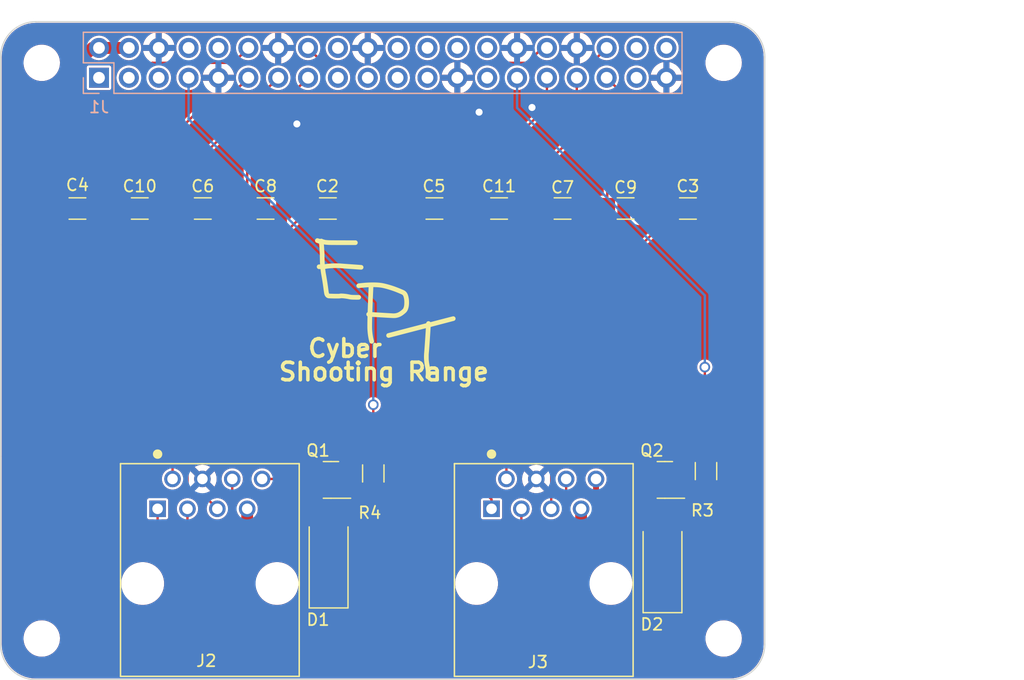
<source format=kicad_pcb>
(kicad_pcb (version 20221018) (generator pcbnew)
  (title_block (date "15 nov 2012"))
  (layers (0 "F.Cu" signal) (31 "B.Cu" signal) (34 "B.Paste" user) (35 "F.Paste" user) (36 "B.SilkS" user "B.Silkscreen") (37 "F.SilkS" user "F.Silkscreen") (38 "B.Mask" user) (39 "F.Mask" user) (44 "Edge.Cuts" user))
  (net 0 "")
  (net 1 "GND")
  (net 2 "/GPIO[2]{slash}SDA1")
  (net 3 "/GPIO[3]{slash}SCL1")
  (net 4 "/GPIO[4]{slash}GPCLK0")
  (net 5 "/GPIO[14]{slash}TXD0")
  (net 6 "/GPIO[15]{slash}RXD0")
  (net 7 "/GPIO[17]")
  (net 8 "/GPIO[18]{slash}PCM.CLK")
  (net 9 "/GPIO[27]")
  (net 10 "/GPIO[22]")
  (net 11 "/GPIO[23]")
  (net 12 "/GPIO[24]")
  (net 13 "/GPIO[10]{slash}SPI0.MOSI")
  (net 14 "/GPIO[9]{slash}SPI0.MISO")
  (net 15 "/GPIO[25]")
  (net 16 "/GPIO[11]{slash}SPI0.SCLK")
  (net 17 "/GPIO[8]{slash}SPI0.CE0")
  (net 18 "/GPIO[7]{slash}SPI0.CE1")
  (net 19 "/ID_SDA")
  (net 20 "/ID_SCL")
  (net 21 "/GPIO[5]")
  (net 22 "/GPIO[6]")
  (net 23 "/GPIO[12]{slash}PWM0")
  (net 24 "/GPIO[13]{slash}PWM1")
  (net 25 "/GPIO[19]{slash}PCM.FS")
  (net 26 "/GPIO[16]")
  (net 27 "/GPIO[26]")
  (net 28 "/GPIO[20]{slash}PCM.DIN")
  (net 29 "/GPIO[21]{slash}PCM.DOUT")
  (net 30 "+5V")
  (net 31 "+3V3")
  (net 32 "Net-(D1-Pad2)")
  (net 33 "Net-(D2-Pad2)")
  (net 34 "Net-(Q1-Pad1)")
  (net 35 "Net-(Q2-Pad1)")
  (footprint "Capacitor_SMD:C_1206_3216Metric_Pad1.33x1.80mm_HandSolder" (layer "F.Cu") (at 136.9 59.9 180)
    (fp_text reference "C5" (at 0.0375 1.9 180) (layer "F.SilkS"))
    (fp_text value "3uF")
    (pad "1" smd roundrect (at -1.5625 0 180) (size 1.325 1.8) (layers "F.Cu" "F.Paste" "F.Mask") (roundrect_rratio 0.1886792453) (net 1 "GND"))
    (pad "2" smd roundrect (at 1.5625 0 180) (size 1.325 1.8) (layers "F.Cu" "F.Paste" "F.Mask") (roundrect_rratio 0.1886792453) (net 23 "/GPIO[12]{slash}PWM0"))
  )
  (footprint "MountingHole:MountingHole_2.7mm_M2.5" (layer "F.Cu") (at 161.5 47.5)
    (fp_text reference "MH2" hide)
    (fp_text value "MountingHole_2.7mm_M2.5" hide)
    (pad "" np_thru_hole circle locked (at 0 0) (size 2.7 2.7) (drill 2.7) (layers "*.Cu" "*.Mask"))
  )
  (footprint "Capacitor_SMD:C_1206_3216Metric_Pad1.33x1.80mm_HandSolder" (layer "F.Cu") (at 142.4 59.9 180)
    (fp_text reference "C11" (at 0 1.9 180) (layer "F.SilkS"))
    (fp_text value "3uF")
    (pad "1" smd roundrect (at -1.5625 0 180) (size 1.325 1.8) (layers "F.Cu" "F.Paste" "F.Mask") (roundrect_rratio 0.1886792453) (net 1 "GND"))
    (pad "2" smd roundrect (at 1.5625 0 180) (size 1.325 1.8) (layers "F.Cu" "F.Paste" "F.Mask") (roundrect_rratio 0.1886792453) (net 22 "/GPIO[6]"))
  )
  (footprint "Capacitor_SMD:C_1206_3216Metric_Pad1.33x1.80mm_HandSolder" (layer "F.Cu") (at 153.1625 59.9 180)
    (fp_text reference "C9" (at 0 1.8 180) (layer "F.SilkS"))
    (fp_text value "3uF")
    (pad "1" smd roundrect (at -1.5625 0 180) (size 1.325 1.8) (layers "F.Cu" "F.Paste" "F.Mask") (roundrect_rratio 0.1886792453) (net 1 "GND"))
    (pad "2" smd roundrect (at 1.5625 0 180) (size 1.325 1.8) (layers "F.Cu" "F.Paste" "F.Mask") (roundrect_rratio 0.1886792453) (net 26 "/GPIO[16]"))
  )
  (footprint "Package_TO_SOT_SMD:SOT-23" (layer "F.Cu") (at 156.5 83 180)
    (fp_text reference "Q2" (at 1.1 2.5) (layer "F.SilkS"))
    (fp_text value "MMBT3904")
    (pad "1" smd roundrect (at -0.9375 -0.95 180) (size 1.475 0.6) (layers "F.Cu" "F.Paste" "F.Mask") (net 35 "Net-(Q2-Pad1)"))
    (pad "2" smd roundrect (at -0.9375 0.95 180) (size 1.475 0.6) (layers "F.Cu" "F.Paste" "F.Mask") (net 1 "GND"))
    (pad "3" smd roundrect (at 0.9375 0 180) (size 1.475 0.6) (layers "F.Cu" "F.Paste" "F.Mask") (net 33 "Net-(D2-Pad2)"))
  )
  (footprint "Capacitor_SMD:C_1206_3216Metric_Pad1.33x1.80mm_HandSolder" (layer "F.Cu") (at 122.5375 59.9 180)
    (fp_text reference "C8" (at 0 1.9 180) (layer "F.SilkS"))
    (fp_text value "3uF")
    (pad "1" smd roundrect (at -1.5625 0 180) (size 1.325 1.8) (layers "F.Cu" "F.Paste" "F.Mask") (roundrect_rratio 0.1886792453) (net 1 "GND"))
    (pad "2" smd roundrect (at 1.5625 0 180) (size 1.325 1.8) (layers "F.Cu" "F.Paste" "F.Mask") (roundrect_rratio 0.1886792453) (net 10 "/GPIO[22]"))
  )
  (footprint "Resistor_SMD:R_1206_3216Metric_Pad1.30x1.75mm_HandSolder" (layer "F.Cu") (at 160 82.25 -90)
    (fp_text reference "R3" (at 3.35 0.3) (layer "F.SilkS"))
    (fp_text value "1K")
    (pad "1" smd roundrect (at -1.55 0 270) (size 1.3 1.75) (layers "F.Cu" "F.Paste" "F.Mask") (roundrect_rratio 0.1923076923) (net 21 "/GPIO[5]"))
    (pad "2" smd roundrect (at 1.55 0 270) (size 1.3 1.75) (layers "F.Cu" "F.Paste" "F.Mask") (roundrect_rratio 0.1923076923) (net 35 "Net-(Q2-Pad1)"))
  )
  (footprint "1-215877-3:TE_1-215877-3" (layer "F.Cu") (at 113.355 85.46 -90)
    (fp_text reference "J2" (at 12.94 -4.145) (layer "F.SilkS") (effects (font (size 1.001583 1.001583))))
    (fp_text value "RJ45")
    (pad "" np_thru_hole circle (at 6.36 -10.16 270) (size 3.25 3.25) (drill 3.25) (layers "*.Cu" "*.Mask"))
    (pad "" np_thru_hole circle (at 6.36 1.27 270) (size 3.25 3.25) (drill 3.25) (layers "*.Cu" "*.Mask"))
    (pad "1" thru_hole rect (at 0 0 270) (size 1.408 1.408) (drill 0.9) (layers "*.Cu" "*.Mask") (net 9 "/GPIO[27]"))
    (pad "2" thru_hole circle (at -2.54 -1.27 270) (size 1.408 1.408) (drill 0.9) (layers "*.Cu" "*.Mask") (net 10 "/GPIO[22]"))
    (pad "3" thru_hole circle (at 0 -2.54 270) (size 1.408 1.408) (drill 0.9) (layers "*.Cu" "*.Mask") (net 7 "/GPIO[17]"))
    (pad "4" thru_hole circle (at -2.54 -3.81 270) (size 1.408 1.408) (drill 0.9) (layers "*.Cu" "*.Mask") (net 1 "GND"))
    (pad "5" thru_hole circle (at 0 -5.08 270) (size 1.408 1.408) (drill 0.9) (layers "*.Cu" "*.Mask") (net 11 "/GPIO[23]"))
    (pad "6" thru_hole circle (at -2.54 -6.35 270) (size 1.408 1.408) (drill 0.9) (layers "*.Cu" "*.Mask") (net 8 "/GPIO[18]{slash}PCM.CLK"))
    (pad "7" thru_hole circle (at 0 -7.62 270) (size 1.408 1.408) (drill 0.9) (layers "*.Cu" "*.Mask") (net 30 "+5V"))
    (pad "8" thru_hole circle (at -2.54 -8.89 270) (size 1.408 1.408) (drill 0.9) (layers "*.Cu" "*.Mask") (net 32 "Net-(D1-Pad2)"))
  )
  (footprint "Capacitor_SMD:C_1206_3216Metric_Pad1.33x1.80mm_HandSolder" (layer "F.Cu") (at 106.5375 59.9 180)
    (fp_text reference "C4" (at 0 2 180) (layer "F.SilkS"))
    (fp_text value "3uF")
    (pad "1" smd roundrect (at -1.5625 0 180) (size 1.325 1.8) (layers "F.Cu" "F.Paste" "F.Mask") (roundrect_rratio 0.1886792453) (net 1 "GND"))
    (pad "2" smd roundrect (at 1.5625 0 180) (size 1.325 1.8) (layers "F.Cu" "F.Paste" "F.Mask") (roundrect_rratio 0.1886792453) (net 8 "/GPIO[18]{slash}PCM.CLK"))
  )
  (footprint "Diode_SMD:D_SMA_Handsoldering" (layer "F.Cu") (at 156.3 89.9 90)
    (fp_text reference "D2" (at -5.4 -0.9 180) (layer "F.SilkS"))
    (fp_text value "D_Small")
    (pad "1" smd rect (at -2.5 0 90) (size 3.5 1.8) (layers "F.Cu" "F.Paste" "F.Mask") (net 30 "+5V"))
    (pad "2" smd rect (at 2.5 0 90) (size 3.5 1.8) (layers "F.Cu" "F.Paste" "F.Mask") (net 33 "Net-(D2-Pad2)"))
  )
  (footprint "Capacitor_SMD:C_1206_3216Metric_Pad1.33x1.80mm_HandSolder" (layer "F.Cu") (at 117.2 59.9 180)
    (fp_text reference "C6" (at 0 1.9 180) (layer "F.SilkS"))
    (fp_text value "3uF")
    (pad "1" smd roundrect (at -1.5625 0 180) (size 1.325 1.8) (layers "F.Cu" "F.Paste" "F.Mask") (roundrect_rratio 0.1886792453) (net 1 "GND"))
    (pad "2" smd roundrect (at 1.5625 0 180) (size 1.325 1.8) (layers "F.Cu" "F.Paste" "F.Mask") (roundrect_rratio 0.1886792453) (net 9 "/GPIO[27]"))
  )
  (footprint "1-215877-3:TE_1-215877-3" (layer "F.Cu") (at 141.755 85.46 -90)
    (fp_text reference "J3" (at 13.04 -3.945) (layer "F.SilkS") (effects (font (size 1.001583 1.001583))))
    (fp_text value "RJ45")
    (pad "" np_thru_hole circle (at 6.36 -10.16 270) (size 3.25 3.25) (drill 3.25) (layers "*.Cu" "*.Mask"))
    (pad "" np_thru_hole circle (at 6.36 1.27 270) (size 3.25 3.25) (drill 3.25) (layers "*.Cu" "*.Mask"))
    (pad "1" thru_hole rect (at 0 0 270) (size 1.408 1.408) (drill 0.9) (layers "*.Cu" "*.Mask") (net 24 "/GPIO[13]{slash}PWM1"))
    (pad "2" thru_hole circle (at -2.54 -1.27 270) (size 1.408 1.408) (drill 0.9) (layers "*.Cu" "*.Mask") (net 26 "/GPIO[16]"))
    (pad "3" thru_hole circle (at 0 -2.54 270) (size 1.408 1.408) (drill 0.9) (layers "*.Cu" "*.Mask") (net 22 "/GPIO[6]"))
    (pad "4" thru_hole circle (at -2.54 -3.81 270) (size 1.408 1.408) (drill 0.9) (layers "*.Cu" "*.Mask") (net 1 "GND"))
    (pad "5" thru_hole circle (at 0 -5.08 270) (size 1.408 1.408) (drill 0.9) (layers "*.Cu" "*.Mask") (net 25 "/GPIO[19]{slash}PCM.FS"))
    (pad "6" thru_hole circle (at -2.54 -6.35 270) (size 1.408 1.408) (drill 0.9) (layers "*.Cu" "*.Mask") (net 23 "/GPIO[12]{slash}PWM0"))
    (pad "7" thru_hole circle (at 0 -7.62 270) (size 1.408 1.408) (drill 0.9) (layers "*.Cu" "*.Mask") (net 30 "+5V"))
    (pad "8" thru_hole circle (at -2.54 -8.89 270) (size 1.408 1.408) (drill 0.9) (layers "*.Cu" "*.Mask") (net 33 "Net-(D2-Pad2)"))
  )
  (footprint "Capacitor_SMD:C_1206_3216Metric_Pad1.33x1.80mm_HandSolder" (layer "F.Cu") (at 127.8375 59.9 180)
    (fp_text reference "C2" (at 0.0375 1.9 180) (layer "F.SilkS"))
    (fp_text value "0.1uF")
    (pad "1" smd roundrect (at -1.5625 0 180) (size 1.325 1.8) (layers "F.Cu" "F.Paste" "F.Mask") (roundrect_rratio 0.1886792453) (net 1 "GND"))
    (pad "2" smd roundrect (at 1.5625 0 180) (size 1.325 1.8) (layers "F.Cu" "F.Paste" "F.Mask") (roundrect_rratio 0.1886792453) (net 11 "/GPIO[23]"))
  )
  (footprint "MountingHole:MountingHole_2.7mm_M2.5" (layer "F.Cu") (at 103.5 96.5)
    (fp_text reference "MH3" hide)
    (fp_text value "MountingHole_2.7mm_M2.5" hide)
    (pad "" np_thru_hole circle locked (at 0 0) (size 2.7 2.7) (drill 2.7) (layers "*.Cu" "*.Mask"))
  )
  (footprint "MountingHole:MountingHole_2.7mm_M2.5" (layer "F.Cu") (at 103.5 47.5)
    (fp_text reference "MH1" hide)
    (fp_text value "MountingHole_2.7mm_M2.5" hide)
    (pad "" np_thru_hole circle locked (at 0 0) (size 2.7 2.7) (drill 2.7) (layers "*.Cu" "*.Mask"))
  )
  (footprint "Package_TO_SOT_SMD:SOT-23" (layer "F.Cu") (at 128.1 83 180)
    (fp_text reference "Q1" (at 1.1 2.5) (layer "F.SilkS"))
    (fp_text value "MMBT3904")
    (pad "1" smd roundrect (at -0.9375 -0.95 180) (size 1.475 0.6) (layers "F.Cu" "F.Paste" "F.Mask") (net 34 "Net-(Q1-Pad1)"))
    (pad "2" smd roundrect (at -0.9375 0.95 180) (size 1.475 0.6) (layers "F.Cu" "F.Paste" "F.Mask") (net 1 "GND"))
    (pad "3" smd roundrect (at 0.9375 0 180) (size 1.475 0.6) (layers "F.Cu" "F.Paste" "F.Mask") (net 32 "Net-(D1-Pad2)"))
  )
  (footprint "MountingHole:MountingHole_2.7mm_M2.5" (layer "F.Cu") (at 161.5 96.5)
    (fp_text reference "MH4" hide)
    (fp_text value "MountingHole_2.7mm_M2.5" hide)
    (pad "" np_thru_hole circle locked (at 0 0) (size 2.7 2.7) (drill 2.7) (layers "*.Cu" "*.Mask"))
  )
  (footprint "ept_superbold:ept_kicad_file" (layer "F.Cu") (at 132.9 68.5)
    (fp_text reference " " (at -4.2 4) (layer "F.SilkS") (effects (font (size 1.524 1.524) (thickness 0.3))))
    (fp_text value "LOGO" hide)
  )
  (footprint "Resistor_SMD:R_1206_3216Metric_Pad1.30x1.75mm_HandSolder" (layer "F.Cu") (at 131.7 82.45 -90)
    (fp_text reference "R4" (at 3.35 0.3 180) (layer "F.SilkS"))
    (fp_text value "1K")
    (pad "1" smd roundrect (at -1.55 0 270) (size 1.3 1.75) (layers "F.Cu" "F.Paste" "F.Mask") (roundrect_rratio 0.1923076923) (net 4 "/GPIO[4]{slash}GPCLK0"))
    (pad "2" smd roundrect (at 1.55 0 270) (size 1.3 1.75) (layers "F.Cu" "F.Paste" "F.Mask") (roundrect_rratio 0.1923076923) (net 34 "Net-(Q1-Pad1)"))
  )
  (footprint "Capacitor_SMD:C_1206_3216Metric_Pad1.33x1.80mm_HandSolder" (layer "F.Cu") (at 111.8375 59.9 180)
    (fp_text reference "C10" (at 0 1.9 180) (layer "F.SilkS"))
    (fp_text value "3uF")
    (pad "1" smd roundrect (at -1.5625 0 180) (size 1.325 1.8) (layers "F.Cu" "F.Paste" "F.Mask") (roundrect_rratio 0.1886792453) (net 1 "GND"))
    (pad "2" smd roundrect (at 1.5625 0 180) (size 1.325 1.8) (layers "F.Cu" "F.Paste" "F.Mask") (roundrect_rratio 0.1886792453) (net 7 "/GPIO[17]"))
  )
  (footprint "Capacitor_SMD:C_1206_3216Metric_Pad1.33x1.80mm_HandSolder" (layer "F.Cu") (at 147.8 59.9 180)
    (fp_text reference "C7" (at 0 1.8 180) (layer "F.SilkS"))
    (fp_text value "3uF")
    (pad "1" smd roundrect (at -1.5625 0 180) (size 1.325 1.8) (layers "F.Cu" "F.Paste" "F.Mask") (roundrect_rratio 0.1886792453) (net 1 "GND"))
    (pad "2" smd roundrect (at 1.5625 0 180) (size 1.325 1.8) (layers "F.Cu" "F.Paste" "F.Mask") (roundrect_rratio 0.1886792453) (net 24 "/GPIO[13]{slash}PWM1"))
  )
  (footprint "Diode_SMD:D_SMA_Handsoldering" (layer "F.Cu") (at 127.9 89.5 90)
    (fp_text reference "D1" (at -5.4 -0.9 180) (layer "F.SilkS"))
    (fp_text value "D_Small")
    (pad "1" smd rect (at -2.5 0 90) (size 3.5 1.8) (layers "F.Cu" "F.Paste" "F.Mask") (net 30 "+5V"))
    (pad "2" smd rect (at 2.5 0 90) (size 3.5 1.8) (layers "F.Cu" "F.Paste" "F.Mask") (net 32 "Net-(D1-Pad2)"))
  )
  (footprint "Capacitor_SMD:C_1206_3216Metric_Pad1.33x1.80mm_HandSolder" (layer "F.Cu") (at 158.4625 59.9 180)
    (fp_text reference "C3" (at 0 1.9 180) (layer "F.SilkS"))
    (fp_text value "0.1uF")
    (pad "1" smd roundrect (at -1.5625 0 180) (size 1.325 1.8) (layers "F.Cu" "F.Paste" "F.Mask") (roundrect_rratio 0.1886792453) (net 1 "GND"))
    (pad "2" smd roundrect (at 1.5625 0 180) (size 1.325 1.8) (layers "F.Cu" "F.Paste" "F.Mask") (roundrect_rratio 0.1886792453) (net 25 "/GPIO[19]{slash}PCM.FS"))
  )
  (footprint "Connector_PinSocket_2.54mm:PinSocket_2x20_P2.54mm_Vertical" (layer "B.Cu") (at 108.37 48.77 -90)
    (fp_text reference "J1" (at 2.5 0) (layer "B.SilkS") (effects (justify mirror)))
    (fp_text value "GPIO")
    (pad "1" thru_hole rect (at 0 0 270) (size 1.7 1.7) (drill 1) (layers "*.Cu" "*.Mask") (net 31 "+3V3"))
    (pad "2" thru_hole oval (at -2.54 0 270) (size 1.7 1.7) (drill 1) (layers "*.Cu" "*.Mask") (net 30 "+5V"))
    (pad "3" thru_hole oval (at 0 -2.54 270) (size 1.7 1.7) (drill 1) (layers "*.Cu" "*.Mask") (net 2 "/GPIO[2]{slash}SDA1"))
    (pad "4" thru_hole oval (at -2.54 -2.54 270) (size 1.7 1.7) (drill 1) (layers "*.Cu" "*.Mask") (net 30 "+5V"))
    (pad "5" thru_hole oval (at 0 -5.08 270) (size 1.7 1.7) (drill 1) (layers "*.Cu" "*.Mask") (net 3 "/GPIO[3]{slash}SCL1"))
    (pad "6" thru_hole oval (at -2.54 -5.08 270) (size 1.7 1.7) (drill 1) (layers "*.Cu" "*.Mask") (net 1 "GND"))
    (pad "7" thru_hole oval (at 0 -7.62 270) (size 1.7 1.7) (drill 1) (layers "*.Cu" "*.Mask") (net 4 "/GPIO[4]{slash}GPCLK0"))
    (pad "8" thru_hole oval (at -2.54 -7.62 270) (size 1.7 1.7) (drill 1) (layers "*.Cu" "*.Mask") (net 5 "/GPIO[14]{slash}TXD0"))
    (pad "9" thru_hole oval (at 0 -10.16 270) (size 1.7 1.7) (drill 1) (layers "*.Cu" "*.Mask") (net 1 "GND"))
    (pad "10" thru_hole oval (at -2.54 -10.16 270) (size 1.7 1.7) (drill 1) (layers "*.Cu" "*.Mask") (net 6 "/GPIO[15]{slash}RXD0"))
    (pad "11" thru_hole oval (at 0 -12.7 270) (size 1.7 1.7) (drill 1) (layers "*.Cu" "*.Mask") (net 7 "/GPIO[17]"))
    (pad "12" thru_hole oval (at -2.54 -12.7 270) (size 1.7 1.7) (drill 1) (layers "*.Cu" "*.Mask") (net 8 "/GPIO[18]{slash}PCM.CLK"))
    (pad "13" thru_hole oval (at 0 -15.24 270) (size 1.7 1.7) (drill 1) (layers "*.Cu" "*.Mask") (net 9 "/GPIO[27]"))
    (pad "14" thru_hole oval (at -2.54 -15.24 270) (size 1.7 1.7) (drill 1) (layers "*.Cu" "*.Mask") (net 1 "GND"))
    (pad "15" thru_hole oval (at 0 -17.78 270) (size 1.7 1.7) (drill 1) (layers "*.Cu" "*.Mask") (net 10 "/GPIO[22]"))
    (pad "16" thru_hole oval (at -2.54 -17.78 270) (size 1.7 1.7) (drill 1) (layers "*.Cu" "*.Mask") (net 11 "/GPIO[23]"))
    (pad "17" thru_hole oval (at 0 -20.32 270) (size 1.7 1.7) (drill 1) (layers "*.Cu" "*.Mask") (net 31 "+3V3"))
    (pad "18" thru_hole oval (at -2.54 -20.32 270) (size 1.7 1.7) (drill 1) (layers "*.Cu" "*.Mask") (net 12 "/GPIO[24]"))
    (pad "19" thru_hole oval (at 0 -22.86 270) (size 1.7 1.7) (drill 1) (layers "*.Cu" "*.Mask") (net 13 "/GPIO[10]{slash}SPI0.MOSI"))
    (pad "20" thru_hole oval (at -2.54 -22.86 270) (size 1.7 1.7) (drill 1) (layers "*.Cu" "*.Mask") (net 1 "GND"))
    (pad "21" thru_hole oval (at 0 -25.4 270) (size 1.7 1.7) (drill 1) (layers "*.Cu" "*.Mask") (net 14 "/GPIO[9]{slash}SPI0.MISO"))
    (pad "22" thru_hole oval (at -2.54 -25.4 270) (size 1.7 1.7) (drill 1) (layers "*.Cu" "*.Mask") (net 15 "/GPIO[25]"))
    (pad "23" thru_hole oval (at 0 -27.94 270) (size 1.7 1.7) (drill 1) (layers "*.Cu" "*.Mask") (net 16 "/GPIO[11]{slash}SPI0.SCLK"))
    (pad "24" thru_hole oval (at -2.54 -27.94 270) (size 1.7 1.7) (drill 1) (layers "*.Cu" "*.Mask") (net 17 "/GPIO[8]{slash}SPI0.CE0"))
    (pad "25" thru_hole oval (at 0 -30.48 270) (size 1.7 1.7) (drill 1) (layers "*.Cu" "*.Mask") (net 1 "GND"))
    (pad "26" thru_hole oval (at -2.54 -30.48 270) (size 1.7 1.7) (drill 1) (layers "*.Cu" "*.Mask") (net 18 "/GPIO[7]{slash}SPI0.CE1"))
    (pad "27" thru_hole oval (at 0 -33.02 270) (size 1.7 1.7) (drill 1) (layers "*.Cu" "*.Mask") (net 19 "/ID_SDA"))
    (pad "28" thru_hole oval (at -2.54 -33.02 270) (size 1.7 1.7) (drill 1) (layers "*.Cu" "*.Mask") (net 20 "/ID_SCL"))
    (pad "29" thru_hole oval (at 0 -35.56 270) (size 1.7 1.7) (drill 1) (layers "*.Cu" "*.Mask") (net 21 "/GPIO[5]"))
    (pad "30" thru_hole oval (at -2.54 -35.56 270) (size 1.7 1.7) (drill 1) (layers "*.Cu" "*.Mask") (net 1 "GND"))
    (pad "31" thru_hole oval (at 0 -38.1 270) (size 1.7 1.7) (drill 1) (layers "*.Cu" "*.Mask") (net 22 "/GPIO[6]"))
    (pad "32" thru_hole oval (at -2.54 -38.1 270) (size 1.7 1.7) (drill 1) (layers "*.Cu" "*.Mask") (net 23 "/GPIO[12]{slash}PWM0"))
    (pad "33" thru_hole oval (at 0 -40.64 270) (size 1.7 1.7) (drill 1) (layers "*.Cu" "*.Mask") (net 24 "/GPIO[13]{slash}PWM1"))
    (pad "34" thru_hole oval (at -2.54 -40.64 270) (size 1.7 1.7) (drill 1) (layers "*.Cu" "*.Mask") (net 1 "GND"))
    (pad "35" thru_hole oval (at 0 -43.18 270) (size 1.7 1.7) (drill 1) (layers "*.Cu" "*.Mask") (net 25 "/GPIO[19]{slash}PCM.FS"))
    (pad "36" thru_hole oval (at -2.54 -43.18 270) (size 1.7 1.7) (drill 1) (layers "*.Cu" "*.Mask") (net 26 "/GPIO[16]"))
    (pad "37" thru_hole oval (at 0 -45.72 270) (size 1.7 1.7) (drill 1) (layers "*.Cu" "*.Mask") (net 27 "/GPIO[26]"))
    (pad "38" thru_hole oval (at -2.54 -45.72 270) (size 1.7 1.7) (drill 1) (layers "*.Cu" "*.Mask") (net 28 "/GPIO[20]{slash}PCM.DIN"))
    (pad "39" thru_hole oval (at 0 -48.26 270) (size 1.7 1.7) (drill 1) (layers "*.Cu" "*.Mask") (net 1 "GND"))
    (pad "40" thru_hole oval (at -2.54 -48.26 270) (size 1.7 1.7) (drill 1) (layers "*.Cu" "*.Mask") (net 29 "/GPIO[21]{slash}PCM.DOUT"))
  )
  (gr_arc (start 162 44) (mid 164.12132 44.87868) (end 165 47) (stroke (width 0.1)) (layer "Edge.Cuts"))
  (gr_line (start 165 97) (end 165 47) (stroke (width 0.1)) (layer "Edge.Cuts"))
  (gr_line (start 100 47) (end 100 63) (stroke (width 0.1)) (layer "Edge.Cuts"))
  (gr_arc (start 103 100) (mid 100.87868 99.12132) (end 100 97) (stroke (width 0.1)) (layer "Edge.Cuts"))
  (gr_line (start 103 100) (end 162 100) (stroke (width 0.1)) (layer "Edge.Cuts"))
  (gr_line (start 100 81) (end 100 63) (stroke (width 0.1)) (layer "Edge.Cuts"))
  (gr_arc (start 165 97) (mid 164.12132 99.12132) (end 162 100) (stroke (width 0.1)) (layer "Edge.Cuts"))
  (gr_arc (start 100 47) (mid 100.87868 44.87868) (end 103 44) (stroke (width 0.1)) (layer "Edge.Cuts"))
  (gr_line (start 100 81) (end 100 97) (stroke (width 0.1)) (layer "Edge.Cuts"))
  (gr_line (start 162 44) (end 103 44) (stroke (width 0.1)) (layer "Edge.Cuts"))
  (gr_text "Shooting Range" (at 132.6 73.8) (layer "F.SilkS") (effects (font (size 1.5 1.5) (thickness 0.3))))
  (gr_text "Cyber" (at 129.3 71.8) (layer "F.SilkS") (effects (font (size 1.5 1.5) (thickness 0.3))))
  (via (at 140.7 51.7) (size 0.9) (drill 0.6) (layers "F.Cu" "B.Cu") (net 1))
  (via (at 125.2 52.7) (size 0.9) (drill 0.6) (layers "F.Cu" "B.Cu") (net 1))
  (via (at 145.2 51.3) (size 0.9) (drill 0.6) (layers "F.Cu" "B.Cu") (net 1))
  (segment (start 131.7 80.9) (end 131.7 76.6) (width 0.2) (layer "F.Cu") (net 4))
  (via (at 131.7 76.6) (size 0.9) (drill 0.6) (layers "F.Cu" "B.Cu") (net 4))
  (segment (start 131.7 68) (end 115.99 52.29) (width 0.2) (layer "B.Cu") (net 4))
  (segment (start 131.7 76.6) (end 131.7 68) (width 0.2) (layer "B.Cu") (net 4))
  (segment (start 115.99 52.29) (end 115.99 48.77) (width 0.2) (layer "B.Cu") (net 4))
  (segment (start 110.275 59.9) (end 110.275 58.125) (width 0.2) (layer "F.Cu") (net 7))
  (segment (start 115.895 88.195) (end 115.895 85.46) (width 0.2) (layer "F.Cu") (net 7))
  (segment (start 119.64 50.2) (end 121.07 48.77) (width 0.2) (layer "F.Cu") (net 7))
  (segment (start 110.275 58.125) (end 118.2 50.2) (width 0.2) (layer "F.Cu") (net 7))
  (segment (start 109.2 89.4) (end 114.7 89.4) (width 0.2) (layer "F.Cu") (net 7))
  (segment (start 110.275 60.925) (end 106 65.2) (width 0.2) (layer "F.Cu") (net 7))
  (segment (start 115.9 88.2) (end 115.895 88.195) (width 0.2) (layer "F.Cu") (net 7))
  (segment (start 110.275 59.9) (end 110.275 60.925) (width 0.2) (layer "F.Cu") (net 7))
  (segment (start 106 86.2) (end 109.2 89.4) (width 0.2) (layer "F.Cu") (net 7))
  (segment (start 114.7 89.4) (end 115.9 88.2) (width 0.2) (layer "F.Cu") (net 7))
  (segment (start 106 65.2) (end 106 86.2) (width 0.2) (layer "F.Cu") (net 7))
  (segment (start 118.2 50.2) (end 119.64 50.2) (width 0.2) (layer "F.Cu") (net 7))
  (segment (start 104.975 59.9) (end 104.975 87.575) (width 0.2) (layer "F.Cu") (net 8))
  (segment (start 121.07 46.23) (end 119.8 47.5) (width 0.2) (layer "F.Cu") (net 8))
  (segment (start 104.975 87.575) (end 113.4 96) (width 0.2) (layer "F.Cu") (net 8))
  (segment (start 113.4 96) (end 118.7 96) (width 0.2) (layer "F.Cu") (net 8))
  (segment (start 112.9 47.5) (end 112.2 48.2) (width 0.2) (layer "F.Cu") (net 8))
  (segment (start 118.7 96) (end 119.705 94.995) (width 0.2) (layer "F.Cu") (net 8))
  (segment (start 112.2 48.2) (end 112.2 49.9) (width 0.2) (layer "F.Cu") (net 8))
  (segment (start 112.2 49.9) (end 104.975 57.125) (width 0.2) (layer "F.Cu") (net 8))
  (segment (start 119.8 47.5) (end 112.9 47.5) (width 0.2) (layer "F.Cu") (net 8))
  (segment (start 104.975 57.125) (end 104.975 59.9) (width 0.2) (layer "F.Cu") (net 8))
  (segment (start 119.705 94.995) (end 119.705 82.92) (width 0.2) (layer "F.Cu") (net 8))
  (segment (start 107.2 86) (end 109.5 88.3) (width 0.2) (layer "F.Cu") (net 9))
  (segment (start 115.6375 59.9) (end 115.6375 60.9625) (width 0.2) (layer "F.Cu") (net 9))
  (segment (start 122.4 50.2) (end 122.4 49.98) (width 0.2) (layer "F.Cu") (net 9))
  (segment (start 115.6375 56.9625) (end 122.4 50.2) (width 0.2) (layer "F.Cu") (net 9))
  (segment (start 122.4 49.98) (end 123.61 48.77) (width 0.2) (layer "F.Cu") (net 9))
  (segment (start 111.9 88.3) (end 113.355 86.845) (width 0.2) (layer "F.Cu") (net 9))
  (segment (start 113.355 86.845) (end 113.355 85.46) (width 0.2) (layer "F.Cu") (net 9))
  (segment (start 109.5 88.3) (end 111.9 88.3) (width 0.2) (layer "F.Cu") (net 9))
  (segment (start 115.6375 59.9) (end 115.6375 56.9625) (width 0.2) (layer "F.Cu") (net 9))
  (segment (start 115.6375 60.9625) (end 107.2 69.4) (width 0.2) (layer "F.Cu") (net 9))
  (segment (start 107.2 69.4) (end 107.2 86) (width 0.2) (layer "F.Cu") (net 9))
  (segment (start 114.625 67.225) (end 114.625 82.92) (width 0.2) (layer "F.Cu") (net 10))
  (segment (start 120.975 53.945) (end 126.15 48.77) (width 0.2) (layer "F.Cu") (net 10))
  (segment (start 120.975 60.825) (end 114.6 67.2) (width 0.2) (layer "F.Cu") (net 10))
  (segment (start 120.975 59.9) (end 120.975 60.825) (width 0.2) (layer "F.Cu") (net 10))
  (segment (start 120.975 59.9) (end 120.975 53.945) (width 0.2) (layer "F.Cu") (net 10))
  (segment (start 114.6 67.2) (end 114.625 67.225) (width 0.2) (layer "F.Cu") (net 10))
  (segment (start 116.775 81.025) (end 115.9 81.9) (width 0.2) (layer "F.Cu") (net 11))
  (segment (start 117.375 84.4) (end 118.435 85.46) (width 0.2) (layer "F.Cu") (net 11))
  (segment (start 115.9 83.5) (end 116.8 84.4) (width 0.2) (layer "F.Cu") (net 11))
  (segment (start 116.775 69.4) (end 116.775 81.025) (width 0.2) (layer "F.Cu") (net 11))
  (segment (start 116.8 84.4) (end 117.375 84.4) (width 0.2) (layer "F.Cu") (net 11))
  (segment (start 126.275 59.9) (end 127.3 58.875) (width 0.2) (layer "F.Cu") (net 11))
  (segment (start 115.9 81.9) (end 115.9 83.5) (width 0.2) (layer "F.Cu") (net 11))
  (segment (start 127.3 47.38) (end 126.15 46.23) (width 0.2) (layer "F.Cu") (net 11))
  (segment (start 126.275 59.9) (end 116.775 69.4) (width 0.2) (layer "F.Cu") (net 11))
  (segment (start 127.3 58.875) (end 127.3 47.38) (width 0.2) (layer "F.Cu") (net 11))
  (segment (start 159.9 73.4) (end 159.9 80.6) (width 0.2) (layer "F.Cu") (net 21))
  (segment (start 159.9 80.6) (end 160 80.7) (width 0.2) (layer "F.Cu") (net 21))
  (via (at 159.9 73.4) (size 0.9) (drill 0.6) (layers "F.Cu" "B.Cu") (net 21))
  (segment (start 143.93 51.33) (end 159.9 67.3) (width 0.2) (layer "B.Cu") (net 21))
  (segment (start 143.93 48.77) (end 143.93 51.33) (width 0.2) (layer "B.Cu") (net 21))
  (segment (start 159.9 67.3) (end 159.9 73.4) (width 0.2) (layer "B.Cu") (net 21))
  (segment (start 143.5 89.6) (end 144.295 88.805) (width 0.2) (layer "F.Cu") (net 22))
  (segment (start 140.8375 59.9) (end 140.4 60.3375) (width 0.2) (layer "F.Cu") (net 22))
  (segment (start 142.7 89.6) (end 143.5 89.6) (width 0.2) (layer "F.Cu") (net 22))
  (segment (start 144.295 88.805) (end 144.295 85.46) (width 0.2) (layer "F.Cu") (net 22))
  (segment (start 140.4 60.3375) (end 140.4 87.3) (width 0.2) (layer "F.Cu") (net 22))
  (segment (start 146.47 48.77) (end 146.47 51.23) (width 0.2) (layer "F.Cu") (net 22))
  (segment (start 140.4 87.3) (end 142.7 89.6) (width 0.2) (layer "F.Cu") (net 22))
  (segment (start 146.47 51.23) (end 140.8375 56.8625) (width 0.2) (layer "F.Cu") (net 22))
  (segment (start 140.8375 56.8625) (end 140.8375 59.9) (width 0.2) (layer "F.Cu") (net 22))
  (segment (start 141.2 54.7) (end 137.6 54.7) (width 0.2) (layer "F.Cu") (net 23))
  (segment (start 144.8 47.5) (end 143.3 47.5) (width 0.2) (layer "F.Cu") (net 23))
  (segment (start 142.4 90.2) (end 147.2 90.2) (width 0.2) (layer "F.Cu") (net 23))
  (segment (start 142.7 48.1) (end 142.7 53.2) (width 0.2) (layer "F.Cu") (net 23))
  (segment (start 143.3 47.5) (end 142.7 48.1) (width 0.2) (layer "F.Cu") (net 23))
  (segment (start 148.105 89.295) (end 148.105 82.92) (width 0.2) (layer "F.Cu") (net 23))
  (segment (start 135.3375 56.9625) (end 135.3375 59.9) (width 0.2) (layer "F.Cu") (net 23))
  (segment (start 135.3375 59.9) (end 135.3375 59.9375) (width 0.2) (layer "F.Cu") (net 23))
  (segment (start 139.8 64.4) (end 139.8 87.6) (width 0.2) (layer "F.Cu") (net 23))
  (segment (start 146.47 46.23) (end 146.07 46.23) (width 0.2) (layer "F.Cu") (net 23))
  (segment (start 137.6 54.7) (end 135.3375 56.9625) (width 0.2) (layer "F.Cu") (net 23))
  (segment (start 147.2 90.2) (end 148.105 89.295) (width 0.2) (layer "F.Cu") (net 23))
  (segment (start 135.3375 59.9375) (end 139.8 64.4) (width 0.2) (layer "F.Cu") (net 23))
  (segment (start 142.7 53.2) (end 141.2 54.7) (width 0.2) (layer "F.Cu") (net 23))
  (segment (start 146.07 46.23) (end 144.8 47.5) (width 0.2) (layer "F.Cu") (net 23))
  (segment (start 139.8 87.6) (end 142.4 90.2) (width 0.2) (layer "F.Cu") (net 23))
  (segment (start 149.01 48.77) (end 149.01 53.49) (width 0.2) (layer "F.Cu") (net 24))
  (segment (start 141.755 84.655) (end 141.755 85.46) (width 0.2) (layer "F.Cu") (net 24))
  (segment (start 149.01 53.49) (end 146.2375 56.2625) (width 0.2) (layer "F.Cu") (net 24))
  (segment (start 146.2375 68.0625) (end 141.1 73.2) (width 0.2) (layer "F.Cu") (net 24))
  (segment (start 146.2375 59.9) (end 146.2375 68.0625) (width 0.2) (layer "F.Cu") (net 24))
  (segment (start 141.1 73.2) (end 141.1 84) (width 0.2) (layer "F.Cu") (net 24))
  (segment (start 141.1 84) (end 141.755 84.655) (width 0.2) (layer "F.Cu") (net 24))
  (segment (start 146.2375 56.2625) (end 146.2375 59.9) (width 0.2) (layer "F.Cu") (net 24))
  (segment (start 146.835 70.665) (end 146.835 85.46) (width 0.2) (layer "F.Cu") (net 25))
  (segment (start 156.9 59.9) (end 156.9 60.6) (width 0.2) (layer "F.Cu") (net 25))
  (segment (start 151.55 48.77) (end 156.9 54.12) (width 0.2) (layer "F.Cu") (net 25))
  (segment (start 156.9 54.12) (end 156.9 59.9) (width 0.2) (layer "F.Cu") (net 25))
  (segment (start 156.9 60.6) (end 146.835 70.665) (width 0.2) (layer "F.Cu") (net 25))
  (segment (start 151.6 51.8) (end 150.3 50.5) (width 0.2) (layer "F.Cu") (net 26))
  (segment (start 151.6 59.9) (end 151.6 51.8) (width 0.2) (layer "F.Cu") (net 26))
  (segment (start 143.025 72.775) (end 143.025 82.92) (width 0.2) (layer "F.Cu") (net 26))
  (segment (start 151.6 59.9) (end 151.6 64.2) (width 0.2) (layer "F.Cu") (net 26))
  (segment (start 150.3 50.5) (end 150.3 47.48) (width 0.2) (layer "F.Cu") (net 26))
  (segment (start 151.6 64.2) (end 143.025 72.775) (width 0.2) (layer "F.Cu") (net 26))
  (segment (start 150.3 47.48) (end 151.55 46.23) (width 0.2) (layer "F.Cu") (net 26))
  (segment (start 110.91 46.23) (end 108.37 46.23) (width 1) (layer "F.Cu") (net 30))
  (segment (start 110.91 46.23) (end 107.81 46.23) (width 1) (layer "F.Cu") (net 30))
  (segment (start 101.9 55.1) (end 101.9 87.1) (width 1) (layer "F.Cu") (net 30))
  (segment (start 128.2 97.8) (end 149.6 97.8) (width 1) (layer "F.Cu") (net 30))
  (segment (start 108.37 46.23) (end 107.81 46.23) (width 1) (layer "F.Cu") (net 30))
  (segment (start 120.6 97.8) (end 120.975 97.425) (width 1) (layer "F.Cu") (net 30))
  (segment (start 112.6 97.8) (end 120.6 97.8) (width 1) (layer "F.Cu") (net 30))
  (segment (start 127.9 97.5) (end 127.9 92) (width 1) (layer "F.Cu") (net 30))
  (segment (start 106.2 47.84) (end 106.2 50.8) (width 1) (layer "F.Cu") (net 30))
  (segment (start 156.3 95.9) (end 156.3 92.4) (width 1) (layer "F.Cu") (net 30))
  (segment (start 120.975 97.425) (end 120.975 85.46) (width 1) (layer "F.Cu") (net 30))
  (segment (start 106.2 50.8) (end 101.9 55.1) (width 1) (layer "F.Cu") (net 30))
  (segment (start 149.375 97.575) (end 149.375 85.46) (width 1) (layer "F.Cu") (net 30))
  (segment (start 149.6 97.8) (end 149.375 97.575) (width 1) (layer "F.Cu") (net 30))
  (segment (start 120.6 97.8) (end 128.2 97.8) (width 1) (layer "F.Cu") (net 30))
  (segment (start 101.9 87.1) (end 112.6 97.8) (width 1) (layer "F.Cu") (net 30))
  (segment (start 128.2 97.8) (end 127.9 97.5) (width 1) (layer "F.Cu") (net 30))
  (segment (start 107.81 46.23) (end 106.2 47.84) (width 1) (layer "F.Cu") (net 30))
  (segment (start 154.4 97.8) (end 156.3 95.9) (width 1) (layer "F.Cu") (net 30))
  (segment (start 149.6 97.8) (end 154.4 97.8) (width 1) (layer "F.Cu") (net 30))
  (segment (start 127.0825 82.92) (end 122.245 82.92) (width 0.2) (layer "F.Cu") (net 32))
  (segment (start 127.9 87) (end 127.9 86.9) (width 0.2) (layer "F.Cu") (net 32))
  (segment (start 127.1625 83) (end 127.0825 82.92) (width 0.2) (layer "F.Cu") (net 32))
  (segment (start 127.1625 86.1625) (end 127.1625 83) (width 0.2) (layer "F.Cu") (net 32))
  (segment (start 127.9 86.9) (end 127.1625 86.1625) (width 0.2) (layer "F.Cu") (net 32))
  (segment (start 156.3 85.3) (end 156.3 87.4) (width 0.5) (layer "F.Cu") (net 33))
  (segment (start 150.645 86.645) (end 150.645 82.92) (width 0.5) (layer "F.Cu") (net 33))
  (segment (start 155.5625 84.5625) (end 156.3 85.3) (width 0.5) (layer "F.Cu") (net 33))
  (segment (start 156.3 87.4) (end 151.4 87.4) (width 0.5) (layer "F.Cu") (net 33))
  (segment (start 155.5625 83) (end 155.5625 84.5625) (width 0.5) (layer "F.Cu") (net 33))
  (segment (start 151.4 87.4) (end 150.645 86.645) (width 0.5) (layer "F.Cu") (net 33))
  (segment (start 131.7 84) (end 129.0875 84) (width 0.2) (layer "F.Cu") (net 34))
  (segment (start 129.0875 84) (end 129.0375 83.95) (width 0.2) (layer "F.Cu") (net 34))
  (segment (start 157.4375 83.95) (end 159.85 83.95) (width 0.5) (layer "F.Cu") (net 35))
  (segment (start 159.85 83.95) (end 160 83.8) (width 0.2) (layer "F.Cu") (net 35))
  (zone (net 1) (net_name "GND") (layers "F&B.Cu") (connect_pads (clearance 0.1)) (min_thickness 0.1) (fill yes (thermal_gap 0.508) (thermal_bridge_width 0.508))
    (polygon (pts (xy 165 100) (xy 100 100) (xy 100 44) (xy 165 44)))
  )
)
</source>
